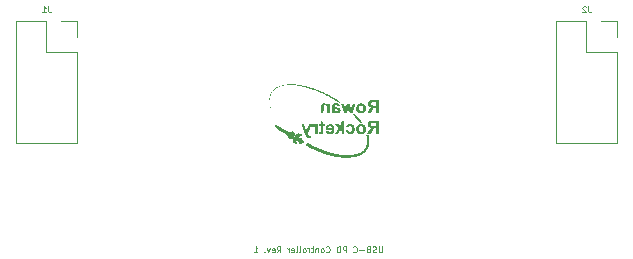
<source format=gbr>
%TF.GenerationSoftware,KiCad,Pcbnew,9.0.0*%
%TF.CreationDate,2025-03-06T17:29:06-05:00*%
%TF.ProjectId,USB-C-PD-Controller,5553422d-432d-4504-942d-436f6e74726f,rev?*%
%TF.SameCoordinates,Original*%
%TF.FileFunction,Legend,Bot*%
%TF.FilePolarity,Positive*%
%FSLAX46Y46*%
G04 Gerber Fmt 4.6, Leading zero omitted, Abs format (unit mm)*
G04 Created by KiCad (PCBNEW 9.0.0) date 2025-03-06 17:29:06*
%MOMM*%
%LPD*%
G01*
G04 APERTURE LIST*
%ADD10C,0.076200*%
%ADD11C,0.120000*%
%ADD12C,0.000000*%
G04 APERTURE END LIST*
D10*
X140417916Y-126576367D02*
X140417916Y-126987605D01*
X140417916Y-126987605D02*
X140393726Y-127035986D01*
X140393726Y-127035986D02*
X140369535Y-127060177D01*
X140369535Y-127060177D02*
X140321154Y-127084367D01*
X140321154Y-127084367D02*
X140224392Y-127084367D01*
X140224392Y-127084367D02*
X140176011Y-127060177D01*
X140176011Y-127060177D02*
X140151821Y-127035986D01*
X140151821Y-127035986D02*
X140127630Y-126987605D01*
X140127630Y-126987605D02*
X140127630Y-126576367D01*
X139909917Y-127060177D02*
X139837345Y-127084367D01*
X139837345Y-127084367D02*
X139716393Y-127084367D01*
X139716393Y-127084367D02*
X139668012Y-127060177D01*
X139668012Y-127060177D02*
X139643821Y-127035986D01*
X139643821Y-127035986D02*
X139619631Y-126987605D01*
X139619631Y-126987605D02*
X139619631Y-126939224D01*
X139619631Y-126939224D02*
X139643821Y-126890843D01*
X139643821Y-126890843D02*
X139668012Y-126866653D01*
X139668012Y-126866653D02*
X139716393Y-126842462D01*
X139716393Y-126842462D02*
X139813155Y-126818272D01*
X139813155Y-126818272D02*
X139861536Y-126794081D01*
X139861536Y-126794081D02*
X139885726Y-126769891D01*
X139885726Y-126769891D02*
X139909917Y-126721510D01*
X139909917Y-126721510D02*
X139909917Y-126673129D01*
X139909917Y-126673129D02*
X139885726Y-126624748D01*
X139885726Y-126624748D02*
X139861536Y-126600557D01*
X139861536Y-126600557D02*
X139813155Y-126576367D01*
X139813155Y-126576367D02*
X139692202Y-126576367D01*
X139692202Y-126576367D02*
X139619631Y-126600557D01*
X139232583Y-126818272D02*
X139160011Y-126842462D01*
X139160011Y-126842462D02*
X139135821Y-126866653D01*
X139135821Y-126866653D02*
X139111630Y-126915034D01*
X139111630Y-126915034D02*
X139111630Y-126987605D01*
X139111630Y-126987605D02*
X139135821Y-127035986D01*
X139135821Y-127035986D02*
X139160011Y-127060177D01*
X139160011Y-127060177D02*
X139208392Y-127084367D01*
X139208392Y-127084367D02*
X139401916Y-127084367D01*
X139401916Y-127084367D02*
X139401916Y-126576367D01*
X139401916Y-126576367D02*
X139232583Y-126576367D01*
X139232583Y-126576367D02*
X139184202Y-126600557D01*
X139184202Y-126600557D02*
X139160011Y-126624748D01*
X139160011Y-126624748D02*
X139135821Y-126673129D01*
X139135821Y-126673129D02*
X139135821Y-126721510D01*
X139135821Y-126721510D02*
X139160011Y-126769891D01*
X139160011Y-126769891D02*
X139184202Y-126794081D01*
X139184202Y-126794081D02*
X139232583Y-126818272D01*
X139232583Y-126818272D02*
X139401916Y-126818272D01*
X138893916Y-126890843D02*
X138506869Y-126890843D01*
X137974678Y-127035986D02*
X137998869Y-127060177D01*
X137998869Y-127060177D02*
X138071440Y-127084367D01*
X138071440Y-127084367D02*
X138119821Y-127084367D01*
X138119821Y-127084367D02*
X138192393Y-127060177D01*
X138192393Y-127060177D02*
X138240774Y-127011796D01*
X138240774Y-127011796D02*
X138264964Y-126963415D01*
X138264964Y-126963415D02*
X138289155Y-126866653D01*
X138289155Y-126866653D02*
X138289155Y-126794081D01*
X138289155Y-126794081D02*
X138264964Y-126697319D01*
X138264964Y-126697319D02*
X138240774Y-126648938D01*
X138240774Y-126648938D02*
X138192393Y-126600557D01*
X138192393Y-126600557D02*
X138119821Y-126576367D01*
X138119821Y-126576367D02*
X138071440Y-126576367D01*
X138071440Y-126576367D02*
X137998869Y-126600557D01*
X137998869Y-126600557D02*
X137974678Y-126624748D01*
X137369916Y-127084367D02*
X137369916Y-126576367D01*
X137369916Y-126576367D02*
X137176392Y-126576367D01*
X137176392Y-126576367D02*
X137128011Y-126600557D01*
X137128011Y-126600557D02*
X137103821Y-126624748D01*
X137103821Y-126624748D02*
X137079630Y-126673129D01*
X137079630Y-126673129D02*
X137079630Y-126745700D01*
X137079630Y-126745700D02*
X137103821Y-126794081D01*
X137103821Y-126794081D02*
X137128011Y-126818272D01*
X137128011Y-126818272D02*
X137176392Y-126842462D01*
X137176392Y-126842462D02*
X137369916Y-126842462D01*
X136861916Y-127084367D02*
X136861916Y-126576367D01*
X136861916Y-126576367D02*
X136740964Y-126576367D01*
X136740964Y-126576367D02*
X136668392Y-126600557D01*
X136668392Y-126600557D02*
X136620011Y-126648938D01*
X136620011Y-126648938D02*
X136595821Y-126697319D01*
X136595821Y-126697319D02*
X136571630Y-126794081D01*
X136571630Y-126794081D02*
X136571630Y-126866653D01*
X136571630Y-126866653D02*
X136595821Y-126963415D01*
X136595821Y-126963415D02*
X136620011Y-127011796D01*
X136620011Y-127011796D02*
X136668392Y-127060177D01*
X136668392Y-127060177D02*
X136740964Y-127084367D01*
X136740964Y-127084367D02*
X136861916Y-127084367D01*
X135676582Y-127035986D02*
X135700773Y-127060177D01*
X135700773Y-127060177D02*
X135773344Y-127084367D01*
X135773344Y-127084367D02*
X135821725Y-127084367D01*
X135821725Y-127084367D02*
X135894297Y-127060177D01*
X135894297Y-127060177D02*
X135942678Y-127011796D01*
X135942678Y-127011796D02*
X135966868Y-126963415D01*
X135966868Y-126963415D02*
X135991059Y-126866653D01*
X135991059Y-126866653D02*
X135991059Y-126794081D01*
X135991059Y-126794081D02*
X135966868Y-126697319D01*
X135966868Y-126697319D02*
X135942678Y-126648938D01*
X135942678Y-126648938D02*
X135894297Y-126600557D01*
X135894297Y-126600557D02*
X135821725Y-126576367D01*
X135821725Y-126576367D02*
X135773344Y-126576367D01*
X135773344Y-126576367D02*
X135700773Y-126600557D01*
X135700773Y-126600557D02*
X135676582Y-126624748D01*
X135386297Y-127084367D02*
X135434678Y-127060177D01*
X135434678Y-127060177D02*
X135458868Y-127035986D01*
X135458868Y-127035986D02*
X135483059Y-126987605D01*
X135483059Y-126987605D02*
X135483059Y-126842462D01*
X135483059Y-126842462D02*
X135458868Y-126794081D01*
X135458868Y-126794081D02*
X135434678Y-126769891D01*
X135434678Y-126769891D02*
X135386297Y-126745700D01*
X135386297Y-126745700D02*
X135313725Y-126745700D01*
X135313725Y-126745700D02*
X135265344Y-126769891D01*
X135265344Y-126769891D02*
X135241154Y-126794081D01*
X135241154Y-126794081D02*
X135216963Y-126842462D01*
X135216963Y-126842462D02*
X135216963Y-126987605D01*
X135216963Y-126987605D02*
X135241154Y-127035986D01*
X135241154Y-127035986D02*
X135265344Y-127060177D01*
X135265344Y-127060177D02*
X135313725Y-127084367D01*
X135313725Y-127084367D02*
X135386297Y-127084367D01*
X134999249Y-126745700D02*
X134999249Y-127084367D01*
X134999249Y-126794081D02*
X134975059Y-126769891D01*
X134975059Y-126769891D02*
X134926678Y-126745700D01*
X134926678Y-126745700D02*
X134854106Y-126745700D01*
X134854106Y-126745700D02*
X134805725Y-126769891D01*
X134805725Y-126769891D02*
X134781535Y-126818272D01*
X134781535Y-126818272D02*
X134781535Y-127084367D01*
X134612202Y-126745700D02*
X134418678Y-126745700D01*
X134539630Y-126576367D02*
X134539630Y-127011796D01*
X134539630Y-127011796D02*
X134515440Y-127060177D01*
X134515440Y-127060177D02*
X134467059Y-127084367D01*
X134467059Y-127084367D02*
X134418678Y-127084367D01*
X134249344Y-127084367D02*
X134249344Y-126745700D01*
X134249344Y-126842462D02*
X134225154Y-126794081D01*
X134225154Y-126794081D02*
X134200963Y-126769891D01*
X134200963Y-126769891D02*
X134152582Y-126745700D01*
X134152582Y-126745700D02*
X134104201Y-126745700D01*
X133862297Y-127084367D02*
X133910678Y-127060177D01*
X133910678Y-127060177D02*
X133934868Y-127035986D01*
X133934868Y-127035986D02*
X133959059Y-126987605D01*
X133959059Y-126987605D02*
X133959059Y-126842462D01*
X133959059Y-126842462D02*
X133934868Y-126794081D01*
X133934868Y-126794081D02*
X133910678Y-126769891D01*
X133910678Y-126769891D02*
X133862297Y-126745700D01*
X133862297Y-126745700D02*
X133789725Y-126745700D01*
X133789725Y-126745700D02*
X133741344Y-126769891D01*
X133741344Y-126769891D02*
X133717154Y-126794081D01*
X133717154Y-126794081D02*
X133692963Y-126842462D01*
X133692963Y-126842462D02*
X133692963Y-126987605D01*
X133692963Y-126987605D02*
X133717154Y-127035986D01*
X133717154Y-127035986D02*
X133741344Y-127060177D01*
X133741344Y-127060177D02*
X133789725Y-127084367D01*
X133789725Y-127084367D02*
X133862297Y-127084367D01*
X133402678Y-127084367D02*
X133451059Y-127060177D01*
X133451059Y-127060177D02*
X133475249Y-127011796D01*
X133475249Y-127011796D02*
X133475249Y-126576367D01*
X133136583Y-127084367D02*
X133184964Y-127060177D01*
X133184964Y-127060177D02*
X133209154Y-127011796D01*
X133209154Y-127011796D02*
X133209154Y-126576367D01*
X132749535Y-127060177D02*
X132797916Y-127084367D01*
X132797916Y-127084367D02*
X132894678Y-127084367D01*
X132894678Y-127084367D02*
X132943059Y-127060177D01*
X132943059Y-127060177D02*
X132967250Y-127011796D01*
X132967250Y-127011796D02*
X132967250Y-126818272D01*
X132967250Y-126818272D02*
X132943059Y-126769891D01*
X132943059Y-126769891D02*
X132894678Y-126745700D01*
X132894678Y-126745700D02*
X132797916Y-126745700D01*
X132797916Y-126745700D02*
X132749535Y-126769891D01*
X132749535Y-126769891D02*
X132725345Y-126818272D01*
X132725345Y-126818272D02*
X132725345Y-126866653D01*
X132725345Y-126866653D02*
X132967250Y-126915034D01*
X132507630Y-127084367D02*
X132507630Y-126745700D01*
X132507630Y-126842462D02*
X132483440Y-126794081D01*
X132483440Y-126794081D02*
X132459249Y-126769891D01*
X132459249Y-126769891D02*
X132410868Y-126745700D01*
X132410868Y-126745700D02*
X132362487Y-126745700D01*
X131515820Y-127084367D02*
X131685154Y-126842462D01*
X131806106Y-127084367D02*
X131806106Y-126576367D01*
X131806106Y-126576367D02*
X131612582Y-126576367D01*
X131612582Y-126576367D02*
X131564201Y-126600557D01*
X131564201Y-126600557D02*
X131540011Y-126624748D01*
X131540011Y-126624748D02*
X131515820Y-126673129D01*
X131515820Y-126673129D02*
X131515820Y-126745700D01*
X131515820Y-126745700D02*
X131540011Y-126794081D01*
X131540011Y-126794081D02*
X131564201Y-126818272D01*
X131564201Y-126818272D02*
X131612582Y-126842462D01*
X131612582Y-126842462D02*
X131806106Y-126842462D01*
X131104582Y-127060177D02*
X131152963Y-127084367D01*
X131152963Y-127084367D02*
X131249725Y-127084367D01*
X131249725Y-127084367D02*
X131298106Y-127060177D01*
X131298106Y-127060177D02*
X131322297Y-127011796D01*
X131322297Y-127011796D02*
X131322297Y-126818272D01*
X131322297Y-126818272D02*
X131298106Y-126769891D01*
X131298106Y-126769891D02*
X131249725Y-126745700D01*
X131249725Y-126745700D02*
X131152963Y-126745700D01*
X131152963Y-126745700D02*
X131104582Y-126769891D01*
X131104582Y-126769891D02*
X131080392Y-126818272D01*
X131080392Y-126818272D02*
X131080392Y-126866653D01*
X131080392Y-126866653D02*
X131322297Y-126915034D01*
X130911058Y-126745700D02*
X130790106Y-127084367D01*
X130790106Y-127084367D02*
X130669153Y-126745700D01*
X130475629Y-127035986D02*
X130451439Y-127060177D01*
X130451439Y-127060177D02*
X130475629Y-127084367D01*
X130475629Y-127084367D02*
X130499820Y-127060177D01*
X130499820Y-127060177D02*
X130475629Y-127035986D01*
X130475629Y-127035986D02*
X130475629Y-127084367D01*
X129580581Y-127084367D02*
X129870867Y-127084367D01*
X129725724Y-127084367D02*
X129725724Y-126576367D01*
X129725724Y-126576367D02*
X129774105Y-126648938D01*
X129774105Y-126648938D02*
X129822486Y-126697319D01*
X129822486Y-126697319D02*
X129870867Y-126721510D01*
X112183333Y-106255547D02*
X112183333Y-106618404D01*
X112183333Y-106618404D02*
X112207524Y-106690976D01*
X112207524Y-106690976D02*
X112255905Y-106739357D01*
X112255905Y-106739357D02*
X112328476Y-106763547D01*
X112328476Y-106763547D02*
X112376857Y-106763547D01*
X111675333Y-106763547D02*
X111965619Y-106763547D01*
X111820476Y-106763547D02*
X111820476Y-106255547D01*
X111820476Y-106255547D02*
X111868857Y-106328118D01*
X111868857Y-106328118D02*
X111917238Y-106376499D01*
X111917238Y-106376499D02*
X111965619Y-106400690D01*
X157903333Y-106255547D02*
X157903333Y-106618404D01*
X157903333Y-106618404D02*
X157927524Y-106690976D01*
X157927524Y-106690976D02*
X157975905Y-106739357D01*
X157975905Y-106739357D02*
X158048476Y-106763547D01*
X158048476Y-106763547D02*
X158096857Y-106763547D01*
X157685619Y-106303928D02*
X157661428Y-106279737D01*
X157661428Y-106279737D02*
X157613047Y-106255547D01*
X157613047Y-106255547D02*
X157492095Y-106255547D01*
X157492095Y-106255547D02*
X157443714Y-106279737D01*
X157443714Y-106279737D02*
X157419523Y-106303928D01*
X157419523Y-106303928D02*
X157395333Y-106352309D01*
X157395333Y-106352309D02*
X157395333Y-106400690D01*
X157395333Y-106400690D02*
X157419523Y-106473261D01*
X157419523Y-106473261D02*
X157709809Y-106763547D01*
X157709809Y-106763547D02*
X157395333Y-106763547D01*
D11*
%TO.C,J1*%
X109414000Y-107532500D02*
X112014000Y-107532500D01*
X109414000Y-117812500D02*
X109414000Y-107532500D01*
X109414000Y-117812500D02*
X114614000Y-117812500D01*
X112014000Y-107532500D02*
X112014000Y-110132500D01*
X112014000Y-110132500D02*
X114614000Y-110132500D01*
X113284000Y-107532500D02*
X114614000Y-107532500D01*
X114614000Y-107532500D02*
X114614000Y-108862500D01*
X114614000Y-117812500D02*
X114614000Y-110132500D01*
%TO.C,J2*%
X155134000Y-107532500D02*
X157734000Y-107532500D01*
X155134000Y-117812500D02*
X155134000Y-107532500D01*
X155134000Y-117812500D02*
X160334000Y-117812500D01*
X157734000Y-107532500D02*
X157734000Y-110132500D01*
X157734000Y-110132500D02*
X160334000Y-110132500D01*
X159004000Y-107532500D02*
X160334000Y-107532500D01*
X160334000Y-107532500D02*
X160334000Y-108862500D01*
X160334000Y-117812500D02*
X160334000Y-110132500D01*
D12*
%TO.C,G\u002A\u002A\u002A*%
G36*
X131048998Y-114973251D02*
G01*
X131054173Y-114982319D01*
X131062952Y-114999774D01*
X131074407Y-115023743D01*
X131087611Y-115052349D01*
X131093960Y-115066451D01*
X131105699Y-115093329D01*
X131114630Y-115114906D01*
X131119973Y-115129260D01*
X131120946Y-115134467D01*
X131120526Y-115134226D01*
X131115968Y-115126970D01*
X131108002Y-115111398D01*
X131097715Y-115089925D01*
X131086192Y-115064966D01*
X131074521Y-115038936D01*
X131063787Y-115014252D01*
X131055077Y-114993328D01*
X131049477Y-114978580D01*
X131048072Y-114972423D01*
X131048998Y-114973251D01*
G37*
G36*
X138192993Y-115425500D02*
G01*
X138221969Y-115455536D01*
X138257812Y-115492784D01*
X138287745Y-115524086D01*
X138313299Y-115551113D01*
X138336006Y-115575533D01*
X138357397Y-115599014D01*
X138379003Y-115623225D01*
X138402357Y-115649836D01*
X138428988Y-115680516D01*
X138460430Y-115716932D01*
X138465282Y-115722560D01*
X138490301Y-115751646D01*
X138511486Y-115776492D01*
X138530236Y-115798844D01*
X138547953Y-115820449D01*
X138566036Y-115843054D01*
X138585887Y-115868405D01*
X138608905Y-115898249D01*
X138636492Y-115934334D01*
X138670046Y-115978406D01*
X138757111Y-116092862D01*
X138654302Y-116092862D01*
X138551494Y-116092862D01*
X138482692Y-116001416D01*
X138474385Y-115990411D01*
X138414829Y-115913539D01*
X138351630Y-115835520D01*
X138283641Y-115755020D01*
X138209717Y-115670702D01*
X138128712Y-115581233D01*
X138039478Y-115485277D01*
X138030611Y-115475837D01*
X138008158Y-115451635D01*
X137992909Y-115434396D01*
X137983894Y-115422747D01*
X137980142Y-115415315D01*
X137980681Y-115410726D01*
X137984539Y-115407607D01*
X137988287Y-115405416D01*
X138012256Y-115384777D01*
X138032789Y-115356088D01*
X138047216Y-115322956D01*
X138058512Y-115286160D01*
X138192993Y-115425500D01*
G37*
G36*
X137212101Y-116489642D02*
G01*
X137212101Y-117051237D01*
X137102223Y-117051237D01*
X136992346Y-117051237D01*
X136992052Y-116918469D01*
X136991758Y-116785700D01*
X136944636Y-116735215D01*
X136897514Y-116684730D01*
X136796901Y-116867799D01*
X136696287Y-117050869D01*
X136578565Y-117051053D01*
X136572990Y-117051061D01*
X136533775Y-117051039D01*
X136505077Y-117050760D01*
X136485391Y-117050081D01*
X136473209Y-117048863D01*
X136467025Y-117046963D01*
X136465333Y-117044241D01*
X136466625Y-117040555D01*
X136470031Y-117034495D01*
X136479038Y-117018638D01*
X136492922Y-116994265D01*
X136511055Y-116962476D01*
X136532808Y-116924371D01*
X136557555Y-116881051D01*
X136584667Y-116833616D01*
X136613515Y-116783166D01*
X136639815Y-116737045D01*
X136666588Y-116689786D01*
X136690805Y-116646715D01*
X136711878Y-116608897D01*
X136729217Y-116577397D01*
X136742231Y-116553281D01*
X136750330Y-116537614D01*
X136752925Y-116531460D01*
X136751037Y-116528936D01*
X136741868Y-116518327D01*
X136725993Y-116500568D01*
X136704403Y-116476750D01*
X136678089Y-116447966D01*
X136648041Y-116415305D01*
X136615253Y-116379860D01*
X136479280Y-116233261D01*
X136613523Y-116233261D01*
X136747766Y-116233261D01*
X136868530Y-116371585D01*
X136989294Y-116509909D01*
X136990879Y-116218978D01*
X136992464Y-115928046D01*
X137102282Y-115928046D01*
X137212101Y-115928046D01*
X137212101Y-116489642D01*
G37*
G36*
X135551538Y-114463827D02*
G01*
X135606188Y-114471667D01*
X135655611Y-114488624D01*
X135702217Y-114515674D01*
X135748414Y-114553791D01*
X135789798Y-114592683D01*
X135789798Y-114537004D01*
X135789798Y-114481326D01*
X135890519Y-114481326D01*
X135991240Y-114481326D01*
X135991240Y-114890315D01*
X135991240Y-115299303D01*
X135881766Y-115299303D01*
X135772291Y-115299303D01*
X135770064Y-115032240D01*
X135769537Y-114973355D01*
X135768928Y-114917993D01*
X135768248Y-114872634D01*
X135767448Y-114836113D01*
X135766476Y-114807265D01*
X135765283Y-114784927D01*
X135763817Y-114767932D01*
X135762029Y-114755117D01*
X135759867Y-114745316D01*
X135757282Y-114737365D01*
X135745904Y-114713185D01*
X135719714Y-114678821D01*
X135685879Y-114653110D01*
X135645827Y-114637021D01*
X135600986Y-114631519D01*
X135578266Y-114632401D01*
X135553556Y-114637261D01*
X135532516Y-114648026D01*
X135510359Y-114666547D01*
X135510250Y-114666651D01*
X135501526Y-114675332D01*
X135494181Y-114684189D01*
X135488083Y-114694316D01*
X135483101Y-114706806D01*
X135479106Y-114722754D01*
X135475966Y-114743253D01*
X135473551Y-114769398D01*
X135471730Y-114802281D01*
X135470373Y-114842997D01*
X135469348Y-114892641D01*
X135468526Y-114952305D01*
X135467775Y-115023083D01*
X135465042Y-115299303D01*
X135358831Y-115299303D01*
X135252620Y-115299303D01*
X135252620Y-114998261D01*
X135252762Y-114921452D01*
X135253192Y-114852308D01*
X135253900Y-114792762D01*
X135254875Y-114743337D01*
X135256107Y-114704554D01*
X135257586Y-114676934D01*
X135259301Y-114660998D01*
X135268764Y-114624211D01*
X135290651Y-114576879D01*
X135321639Y-114537118D01*
X135361112Y-114505389D01*
X135408451Y-114482155D01*
X135463040Y-114467876D01*
X135524261Y-114463013D01*
X135551538Y-114463827D01*
G37*
G36*
X135244714Y-115946483D02*
G01*
X135252810Y-115950589D01*
X135269427Y-115959821D01*
X135292928Y-115973244D01*
X135321672Y-115989925D01*
X135354021Y-116008928D01*
X135459931Y-116071497D01*
X135460049Y-116152379D01*
X135460166Y-116233261D01*
X135509000Y-116233261D01*
X135557835Y-116233261D01*
X135557835Y-116315669D01*
X135557835Y-116398077D01*
X135509000Y-116398077D01*
X135460166Y-116398077D01*
X135460166Y-116641416D01*
X135460166Y-116641917D01*
X135460006Y-116699836D01*
X135459553Y-116753897D01*
X135458837Y-116802710D01*
X135457891Y-116844882D01*
X135456744Y-116879022D01*
X135455429Y-116903737D01*
X135453976Y-116917636D01*
X135449371Y-116938202D01*
X135433520Y-116980300D01*
X135410027Y-117013561D01*
X135377926Y-117039137D01*
X135336250Y-117058183D01*
X135309568Y-117064756D01*
X135269967Y-117068954D01*
X135225853Y-117069091D01*
X135181044Y-117065187D01*
X135139362Y-117057258D01*
X135133053Y-117055609D01*
X135110798Y-117049195D01*
X135093930Y-117043418D01*
X135085695Y-117039362D01*
X135084251Y-117033740D01*
X135083845Y-117018432D01*
X135084698Y-116996392D01*
X135086551Y-116970326D01*
X135089141Y-116942935D01*
X135092207Y-116916925D01*
X135095488Y-116894998D01*
X135098723Y-116879860D01*
X135101650Y-116874213D01*
X135108301Y-116875258D01*
X135123846Y-116878699D01*
X135144051Y-116883708D01*
X135161549Y-116887609D01*
X135190180Y-116889679D01*
X135211785Y-116883862D01*
X135228128Y-116869869D01*
X135228668Y-116869175D01*
X135231739Y-116864638D01*
X135234223Y-116859000D01*
X135236181Y-116851027D01*
X135237677Y-116839485D01*
X135238771Y-116823139D01*
X135239528Y-116800756D01*
X135240007Y-116771102D01*
X135240273Y-116732941D01*
X135240387Y-116685040D01*
X135240411Y-116626165D01*
X135240411Y-116398077D01*
X135167160Y-116398077D01*
X135093908Y-116398077D01*
X135093908Y-116315669D01*
X135093908Y-116233261D01*
X135167160Y-116233261D01*
X135240411Y-116233261D01*
X135240411Y-116089810D01*
X135240475Y-116063843D01*
X135240815Y-116026044D01*
X135241409Y-115993710D01*
X135242211Y-115968528D01*
X135243177Y-115952182D01*
X135244261Y-115946359D01*
X135244714Y-115946483D01*
G37*
G36*
X139068655Y-114941498D02*
G01*
X139064092Y-114989265D01*
X139055881Y-115030928D01*
X139043427Y-115069475D01*
X139026132Y-115107893D01*
X139019011Y-115121230D01*
X138982327Y-115174332D01*
X138936383Y-115220442D01*
X138882306Y-115258729D01*
X138821225Y-115288358D01*
X138754267Y-115308499D01*
X138753251Y-115308717D01*
X138718170Y-115313807D01*
X138676032Y-115316379D01*
X138631567Y-115316423D01*
X138589506Y-115313931D01*
X138554578Y-115308893D01*
X138510263Y-115296584D01*
X138449769Y-115269584D01*
X138394636Y-115232686D01*
X138345929Y-115186942D01*
X138304716Y-115133406D01*
X138272063Y-115073132D01*
X138249037Y-115007172D01*
X138241410Y-114966355D01*
X138237230Y-114918158D01*
X138236937Y-114893685D01*
X138459295Y-114893685D01*
X138464021Y-114949654D01*
X138476110Y-115003163D01*
X138491008Y-115037356D01*
X138515397Y-115072227D01*
X138545529Y-115101286D01*
X138578628Y-115121336D01*
X138609438Y-115131856D01*
X138655249Y-115137834D01*
X138699434Y-115132663D01*
X138740549Y-115116963D01*
X138777153Y-115091353D01*
X138807801Y-115056454D01*
X138831052Y-115012885D01*
X138834114Y-115004892D01*
X138838721Y-114990040D01*
X138841777Y-114973881D01*
X138843586Y-114953689D01*
X138844449Y-114926742D01*
X138844669Y-114890315D01*
X138844020Y-114850419D01*
X138841113Y-114811269D01*
X138835227Y-114779654D01*
X138825661Y-114753083D01*
X138811717Y-114729064D01*
X138792694Y-114705104D01*
X138763221Y-114678048D01*
X138724490Y-114656282D01*
X138682603Y-114644766D01*
X138639459Y-114643525D01*
X138596961Y-114652581D01*
X138557008Y-114671959D01*
X138521501Y-114701683D01*
X138508495Y-114717042D01*
X138492560Y-114739608D01*
X138481566Y-114759608D01*
X138471629Y-114788010D01*
X138461857Y-114838667D01*
X138459295Y-114893685D01*
X138236937Y-114893685D01*
X138236624Y-114867503D01*
X138239647Y-114819031D01*
X138246352Y-114777385D01*
X138252696Y-114753716D01*
X138277149Y-114691980D01*
X138311240Y-114634624D01*
X138353581Y-114583429D01*
X138402782Y-114540176D01*
X138457454Y-114506648D01*
X138493655Y-114490557D01*
X138543483Y-114474803D01*
X138596368Y-114465950D01*
X138656318Y-114463119D01*
X138691685Y-114464223D01*
X138763507Y-114474415D01*
X138829193Y-114495079D01*
X138888399Y-114525968D01*
X138940781Y-114566838D01*
X138985993Y-114617441D01*
X139023691Y-114677531D01*
X139053531Y-114746863D01*
X139054152Y-114748645D01*
X139060664Y-114768319D01*
X139065172Y-114785424D01*
X139068025Y-114802917D01*
X139069573Y-114823751D01*
X139070168Y-114850881D01*
X139070157Y-114887262D01*
X139070072Y-114890315D01*
X139068655Y-114941498D01*
G37*
G36*
X139068655Y-116693433D02*
G01*
X139064092Y-116741200D01*
X139055881Y-116782862D01*
X139043427Y-116821409D01*
X139026132Y-116859828D01*
X139019011Y-116873164D01*
X138982327Y-116926266D01*
X138936383Y-116972377D01*
X138882306Y-117010663D01*
X138821225Y-117040293D01*
X138754267Y-117060434D01*
X138753251Y-117060652D01*
X138718170Y-117065741D01*
X138676032Y-117068313D01*
X138631567Y-117068358D01*
X138589506Y-117065866D01*
X138554578Y-117060828D01*
X138510263Y-117048519D01*
X138449769Y-117021519D01*
X138394636Y-116984620D01*
X138345929Y-116938877D01*
X138304716Y-116885341D01*
X138272063Y-116825067D01*
X138249037Y-116759107D01*
X138241410Y-116718290D01*
X138237230Y-116670093D01*
X138236937Y-116645619D01*
X138459295Y-116645619D01*
X138464021Y-116701588D01*
X138476110Y-116755097D01*
X138491008Y-116789290D01*
X138515397Y-116824161D01*
X138545529Y-116853221D01*
X138578628Y-116873271D01*
X138609438Y-116883790D01*
X138655249Y-116889769D01*
X138699434Y-116884598D01*
X138740549Y-116868898D01*
X138777153Y-116843288D01*
X138807801Y-116808388D01*
X138831052Y-116764820D01*
X138834114Y-116756826D01*
X138838721Y-116741975D01*
X138841777Y-116725815D01*
X138843586Y-116705624D01*
X138844449Y-116678676D01*
X138844669Y-116642249D01*
X138844020Y-116602353D01*
X138841113Y-116563204D01*
X138835227Y-116531589D01*
X138825661Y-116505018D01*
X138811717Y-116480998D01*
X138792694Y-116457039D01*
X138763221Y-116429983D01*
X138724490Y-116408217D01*
X138682603Y-116396701D01*
X138639459Y-116395459D01*
X138596961Y-116404515D01*
X138557008Y-116423894D01*
X138521501Y-116453618D01*
X138508495Y-116468976D01*
X138492560Y-116491543D01*
X138481566Y-116511543D01*
X138471629Y-116539945D01*
X138461857Y-116590601D01*
X138459295Y-116645619D01*
X138236937Y-116645619D01*
X138236624Y-116619438D01*
X138239647Y-116570966D01*
X138246352Y-116529320D01*
X138252696Y-116505650D01*
X138277149Y-116443915D01*
X138311240Y-116386559D01*
X138353581Y-116335363D01*
X138402782Y-116292111D01*
X138457454Y-116258583D01*
X138493655Y-116242491D01*
X138543483Y-116226738D01*
X138596368Y-116217885D01*
X138656318Y-116215054D01*
X138691685Y-116216158D01*
X138763507Y-116226349D01*
X138829193Y-116247013D01*
X138888399Y-116277903D01*
X138940781Y-116318772D01*
X138985993Y-116369375D01*
X139023691Y-116429466D01*
X139053531Y-116498798D01*
X139054152Y-116500580D01*
X139060664Y-116520253D01*
X139065172Y-116537359D01*
X139068025Y-116554851D01*
X139069573Y-116575685D01*
X139070168Y-116602815D01*
X139070157Y-116639197D01*
X139070072Y-116642249D01*
X139068655Y-116693433D01*
G37*
G36*
X140154374Y-114737280D02*
G01*
X140154374Y-115299303D01*
X140038392Y-115299303D01*
X139922411Y-115299303D01*
X139922411Y-115063369D01*
X139922411Y-114827436D01*
X139854511Y-114831560D01*
X139839905Y-114832557D01*
X139799818Y-114837122D01*
X139768075Y-114844661D01*
X139741792Y-114856347D01*
X139718086Y-114873355D01*
X139694073Y-114896857D01*
X139685405Y-114907175D01*
X139669537Y-114927891D01*
X139648831Y-114956165D01*
X139624319Y-114990546D01*
X139597033Y-115029585D01*
X139568006Y-115071831D01*
X139538270Y-115115833D01*
X139415339Y-115299303D01*
X139278500Y-115299303D01*
X139141660Y-115299303D01*
X139224630Y-115166534D01*
X139230915Y-115156485D01*
X139270575Y-115093581D01*
X139305026Y-115040069D01*
X139335064Y-114994927D01*
X139361484Y-114957135D01*
X139385083Y-114925669D01*
X139406654Y-114899509D01*
X139426994Y-114877633D01*
X139446898Y-114859018D01*
X139467162Y-114842643D01*
X139488581Y-114827486D01*
X139503986Y-114816332D01*
X139513405Y-114807125D01*
X139512998Y-114802736D01*
X139504292Y-114800329D01*
X139486980Y-114795718D01*
X139465614Y-114790131D01*
X139436808Y-114781484D01*
X139380234Y-114756235D01*
X139332323Y-114722528D01*
X139293435Y-114680797D01*
X139263931Y-114631476D01*
X139244171Y-114574998D01*
X139235614Y-114518988D01*
X139471331Y-114518988D01*
X139476713Y-114554578D01*
X139486597Y-114578205D01*
X139508045Y-114605718D01*
X139536577Y-114627173D01*
X139569345Y-114639943D01*
X139580786Y-114641662D01*
X139604238Y-114643805D01*
X139636160Y-114645886D01*
X139674495Y-114647790D01*
X139717185Y-114649404D01*
X139762173Y-114650613D01*
X139922411Y-114654031D01*
X139922411Y-114509688D01*
X139922411Y-114365345D01*
X139783538Y-114365613D01*
X139764002Y-114365675D01*
X139703684Y-114366321D01*
X139653910Y-114367836D01*
X139613397Y-114370481D01*
X139580861Y-114374516D01*
X139555020Y-114380202D01*
X139534590Y-114387801D01*
X139518289Y-114397572D01*
X139504833Y-114409777D01*
X139492939Y-114424677D01*
X139480921Y-114448565D01*
X139472908Y-114482256D01*
X139471331Y-114518988D01*
X139235614Y-114518988D01*
X139234515Y-114511798D01*
X139233779Y-114493112D01*
X139238220Y-114434633D01*
X139252328Y-114378928D01*
X139275251Y-114327632D01*
X139306138Y-114282379D01*
X139344137Y-114244802D01*
X139388397Y-114216536D01*
X139402310Y-114209867D01*
X139417157Y-114203364D01*
X139432105Y-114197880D01*
X139448256Y-114193317D01*
X139466710Y-114189580D01*
X139488567Y-114186570D01*
X139514929Y-114184191D01*
X139546895Y-114182347D01*
X139585567Y-114180940D01*
X139632045Y-114179873D01*
X139687429Y-114179051D01*
X139752821Y-114178376D01*
X139829320Y-114177750D01*
X140154374Y-114175257D01*
X140154374Y-114509688D01*
X140154374Y-114737280D01*
G37*
G36*
X140154374Y-116489214D02*
G01*
X140154374Y-117051237D01*
X140038392Y-117051237D01*
X139922411Y-117051237D01*
X139922411Y-116815304D01*
X139922411Y-116579371D01*
X139854511Y-116583495D01*
X139839905Y-116584492D01*
X139799818Y-116589057D01*
X139768075Y-116596596D01*
X139741792Y-116608282D01*
X139718086Y-116625290D01*
X139694073Y-116648792D01*
X139685405Y-116659110D01*
X139669537Y-116679825D01*
X139648831Y-116708099D01*
X139624319Y-116742481D01*
X139597033Y-116781520D01*
X139568006Y-116823766D01*
X139538270Y-116867768D01*
X139415339Y-117051237D01*
X139278500Y-117051237D01*
X139141660Y-117051237D01*
X139224630Y-116918469D01*
X139230915Y-116908420D01*
X139270575Y-116845515D01*
X139305026Y-116792003D01*
X139335064Y-116746862D01*
X139361484Y-116709070D01*
X139385083Y-116677604D01*
X139406654Y-116651444D01*
X139426994Y-116629567D01*
X139446898Y-116610952D01*
X139467162Y-116594578D01*
X139488581Y-116579421D01*
X139503986Y-116568267D01*
X139513405Y-116559060D01*
X139512998Y-116554670D01*
X139504292Y-116552263D01*
X139486980Y-116547653D01*
X139465614Y-116542066D01*
X139436808Y-116533418D01*
X139380234Y-116508170D01*
X139332323Y-116474463D01*
X139293435Y-116432732D01*
X139263931Y-116383411D01*
X139244171Y-116326933D01*
X139235614Y-116270923D01*
X139471331Y-116270923D01*
X139476713Y-116306513D01*
X139486597Y-116330140D01*
X139508045Y-116357653D01*
X139536577Y-116379107D01*
X139569345Y-116391878D01*
X139580786Y-116393596D01*
X139604238Y-116395740D01*
X139636160Y-116397821D01*
X139674495Y-116399725D01*
X139717185Y-116401339D01*
X139762173Y-116402548D01*
X139922411Y-116405965D01*
X139922411Y-116261622D01*
X139922411Y-116117279D01*
X139783538Y-116117547D01*
X139764002Y-116117609D01*
X139703684Y-116118255D01*
X139653910Y-116119770D01*
X139613397Y-116122415D01*
X139580861Y-116126450D01*
X139555020Y-116132137D01*
X139534590Y-116139735D01*
X139518289Y-116149507D01*
X139504833Y-116161712D01*
X139492939Y-116176611D01*
X139480921Y-116200500D01*
X139472908Y-116234190D01*
X139471331Y-116270923D01*
X139235614Y-116270923D01*
X139234515Y-116263733D01*
X139233779Y-116245047D01*
X139238220Y-116186568D01*
X139252328Y-116130863D01*
X139275251Y-116079567D01*
X139306138Y-116034313D01*
X139344137Y-115996737D01*
X139388397Y-115968471D01*
X139402310Y-115961801D01*
X139417157Y-115955299D01*
X139432105Y-115949815D01*
X139448256Y-115945252D01*
X139466710Y-115941514D01*
X139488567Y-115938504D01*
X139514929Y-115936126D01*
X139546895Y-115934281D01*
X139585567Y-115932874D01*
X139632045Y-115931808D01*
X139687429Y-115930986D01*
X139752821Y-115930310D01*
X139829320Y-115929685D01*
X140154374Y-115927191D01*
X140154374Y-116261622D01*
X140154374Y-116489214D01*
G37*
G36*
X136397904Y-116595730D02*
G01*
X136398275Y-116672771D01*
X136397804Y-116683332D01*
X136394438Y-116730837D01*
X136388832Y-116770553D01*
X136380138Y-116806123D01*
X136367505Y-116841189D01*
X136350083Y-116879393D01*
X136327986Y-116918253D01*
X136289055Y-116966829D01*
X136241967Y-117006348D01*
X136186848Y-117036712D01*
X136123825Y-117057821D01*
X136118699Y-117059012D01*
X136080073Y-117065057D01*
X136034775Y-117068290D01*
X135987322Y-117068656D01*
X135942234Y-117066098D01*
X135904029Y-117060560D01*
X135857745Y-117047064D01*
X135802148Y-117020088D01*
X135752438Y-116983359D01*
X135710080Y-116938003D01*
X135676534Y-116885148D01*
X135676367Y-116884819D01*
X135664113Y-116858728D01*
X135658097Y-116841067D01*
X135658608Y-116832686D01*
X135662766Y-116830824D01*
X135677420Y-116826923D01*
X135699911Y-116822115D01*
X135727763Y-116816813D01*
X135758501Y-116811427D01*
X135789648Y-116806371D01*
X135818727Y-116802057D01*
X135843263Y-116798897D01*
X135860779Y-116797304D01*
X135868799Y-116797689D01*
X135870724Y-116799226D01*
X135875259Y-116809283D01*
X135876683Y-116814486D01*
X135883217Y-116828131D01*
X135893256Y-116845263D01*
X135908324Y-116865145D01*
X135934071Y-116885615D01*
X135966203Y-116897256D01*
X136006501Y-116900941D01*
X136038552Y-116898226D01*
X136079421Y-116885347D01*
X136114071Y-116862520D01*
X136141758Y-116830454D01*
X136161741Y-116789859D01*
X136173277Y-116741444D01*
X136178453Y-116703292D01*
X135910064Y-116703292D01*
X135641675Y-116703292D01*
X135644927Y-116625462D01*
X135650060Y-116568998D01*
X135855373Y-116568998D01*
X136014871Y-116568998D01*
X136174369Y-116568998D01*
X136174369Y-116552015D01*
X136173898Y-116544549D01*
X136170934Y-116524984D01*
X136166145Y-116503328D01*
X136164651Y-116497895D01*
X136147316Y-116457424D01*
X136122130Y-116424958D01*
X136090707Y-116401174D01*
X136054664Y-116386749D01*
X136015616Y-116382361D01*
X135975178Y-116388688D01*
X135934967Y-116406406D01*
X135925663Y-116412222D01*
X135909054Y-116425369D01*
X135896097Y-116441632D01*
X135883053Y-116465249D01*
X135873328Y-116487548D01*
X135864288Y-116514390D01*
X135859312Y-116536950D01*
X135855373Y-116568998D01*
X135650060Y-116568998D01*
X135651932Y-116548413D01*
X135666582Y-116479125D01*
X135689103Y-116418124D01*
X135719771Y-116364662D01*
X135758864Y-116317990D01*
X135785778Y-116293442D01*
X135836628Y-116258729D01*
X135892874Y-116234319D01*
X135955330Y-116219896D01*
X136024814Y-116215144D01*
X136042824Y-116215493D01*
X136110102Y-116223609D01*
X136171831Y-116242290D01*
X136227503Y-116271286D01*
X136276609Y-116310348D01*
X136318638Y-116359227D01*
X136348656Y-116407582D01*
X136373486Y-116464678D01*
X136389772Y-116526880D01*
X136392741Y-116552015D01*
X136397904Y-116595730D01*
G37*
G36*
X137789837Y-116219249D02*
G01*
X137857416Y-116233785D01*
X137918448Y-116258196D01*
X137972408Y-116292073D01*
X138018771Y-116335007D01*
X138057013Y-116386589D01*
X138086610Y-116446409D01*
X138107036Y-116514059D01*
X138112623Y-116549670D01*
X138116063Y-116593785D01*
X138117249Y-116641925D01*
X138116178Y-116690084D01*
X138112845Y-116734257D01*
X138107249Y-116770440D01*
X138090002Y-116828526D01*
X138061635Y-116887925D01*
X138024612Y-116940700D01*
X137979953Y-116985841D01*
X137928673Y-117022339D01*
X137871790Y-117049182D01*
X137810322Y-117065359D01*
X137801791Y-117066217D01*
X137782355Y-117067277D01*
X137756463Y-117068155D01*
X137727365Y-117068719D01*
X137713189Y-117068739D01*
X137647528Y-117064045D01*
X137587866Y-117050937D01*
X137531314Y-117028828D01*
X137509313Y-117016044D01*
X137477235Y-116991172D01*
X137445770Y-116960668D01*
X137418124Y-116927727D01*
X137397506Y-116895544D01*
X137385624Y-116870713D01*
X137374604Y-116844038D01*
X137365322Y-116818146D01*
X137358629Y-116795611D01*
X137355372Y-116779006D01*
X137356400Y-116770904D01*
X137362113Y-116768943D01*
X137377676Y-116765339D01*
X137400547Y-116760699D01*
X137428316Y-116755447D01*
X137458573Y-116750004D01*
X137488904Y-116744794D01*
X137516900Y-116740238D01*
X137540148Y-116736761D01*
X137556238Y-116734784D01*
X137562758Y-116734730D01*
X137564473Y-116738806D01*
X137568770Y-116751887D01*
X137574314Y-116770440D01*
X137574419Y-116770803D01*
X137591315Y-116814685D01*
X137613902Y-116847959D01*
X137642797Y-116871123D01*
X137678616Y-116884671D01*
X137721978Y-116889102D01*
X137736828Y-116888891D01*
X137758698Y-116886725D01*
X137777257Y-116881057D01*
X137798282Y-116870477D01*
X137804541Y-116866766D01*
X137836547Y-116840336D01*
X137861905Y-116806593D01*
X137877836Y-116769078D01*
X137883932Y-116743469D01*
X137892607Y-116686448D01*
X137895544Y-116628293D01*
X137892819Y-116572019D01*
X137884504Y-116520642D01*
X137870673Y-116477178D01*
X137854981Y-116449019D01*
X137829098Y-116420590D01*
X137798016Y-116399887D01*
X137763548Y-116386932D01*
X137727504Y-116381752D01*
X137691695Y-116384371D01*
X137657932Y-116394813D01*
X137628025Y-116413102D01*
X137603787Y-116439264D01*
X137587027Y-116473324D01*
X137582786Y-116486011D01*
X137577607Y-116500553D01*
X137574804Y-116507125D01*
X137569772Y-116507241D01*
X137554829Y-116505527D01*
X137532404Y-116502234D01*
X137504907Y-116497789D01*
X137474748Y-116492617D01*
X137444339Y-116487143D01*
X137416091Y-116481791D01*
X137392413Y-116476988D01*
X137375717Y-116473157D01*
X137368412Y-116470725D01*
X137366845Y-116462962D01*
X137370494Y-116446812D01*
X137378713Y-116424963D01*
X137390475Y-116399810D01*
X137404752Y-116373753D01*
X137420516Y-116349189D01*
X137445821Y-116317309D01*
X137486941Y-116279543D01*
X137534500Y-116250767D01*
X137589273Y-116230638D01*
X137652036Y-116218813D01*
X137723564Y-116214948D01*
X137789837Y-116219249D01*
G37*
G36*
X137189670Y-114510322D02*
G01*
X137190077Y-114511705D01*
X137194221Y-114525939D01*
X137201237Y-114550170D01*
X137210700Y-114582926D01*
X137222185Y-114622735D01*
X137235268Y-114668124D01*
X137249523Y-114717622D01*
X137264527Y-114769755D01*
X137268696Y-114784226D01*
X137283138Y-114833995D01*
X137296512Y-114879550D01*
X137308439Y-114919635D01*
X137318540Y-114952997D01*
X137326437Y-114978380D01*
X137331750Y-114994530D01*
X137334102Y-115000192D01*
X137335202Y-114997632D01*
X137339088Y-114984693D01*
X137345372Y-114961902D01*
X137353741Y-114930464D01*
X137363878Y-114891580D01*
X137375468Y-114846454D01*
X137388195Y-114796288D01*
X137401745Y-114742285D01*
X137466105Y-114484378D01*
X137572455Y-114484378D01*
X137678804Y-114484378D01*
X137745869Y-114742285D01*
X137755457Y-114779027D01*
X137769010Y-114830509D01*
X137781484Y-114877355D01*
X137792550Y-114918367D01*
X137801882Y-114952345D01*
X137809153Y-114978094D01*
X137814037Y-114994414D01*
X137816207Y-115000108D01*
X137817526Y-114997153D01*
X137821938Y-114983760D01*
X137829029Y-114960642D01*
X137838450Y-114928984D01*
X137849853Y-114889973D01*
X137862888Y-114844793D01*
X137877208Y-114794632D01*
X137892463Y-114740675D01*
X137965447Y-114481326D01*
X138071425Y-114481326D01*
X138098287Y-114481359D01*
X138129327Y-114481605D01*
X138150853Y-114482239D01*
X138164482Y-114483429D01*
X138171827Y-114485342D01*
X138174504Y-114488146D01*
X138174129Y-114492009D01*
X138172515Y-114497238D01*
X138166937Y-114515182D01*
X138158461Y-114542349D01*
X138147452Y-114577580D01*
X138134272Y-114619715D01*
X138119286Y-114667596D01*
X138102857Y-114720061D01*
X138085349Y-114775951D01*
X138067126Y-114834107D01*
X138048550Y-114893369D01*
X138029986Y-114952577D01*
X138011796Y-115010572D01*
X137994346Y-115066193D01*
X137977998Y-115118281D01*
X137963115Y-115165676D01*
X137950063Y-115207219D01*
X137939203Y-115241750D01*
X137930900Y-115268109D01*
X137925517Y-115285136D01*
X137923418Y-115291672D01*
X137923368Y-115291796D01*
X137918663Y-115294729D01*
X137906688Y-115296860D01*
X137886210Y-115298275D01*
X137855998Y-115299060D01*
X137814819Y-115299303D01*
X137709055Y-115299303D01*
X137642345Y-115043062D01*
X137632828Y-115006735D01*
X137619305Y-114955937D01*
X137606829Y-114910028D01*
X137595729Y-114870166D01*
X137586334Y-114837506D01*
X137578973Y-114813206D01*
X137573973Y-114798423D01*
X137571664Y-114794312D01*
X137570807Y-114796708D01*
X137566973Y-114809649D01*
X137560559Y-114832476D01*
X137551910Y-114863922D01*
X137541371Y-114902719D01*
X137529288Y-114947602D01*
X137516005Y-114997302D01*
X137501868Y-115050552D01*
X137436043Y-115299303D01*
X137331196Y-115299303D01*
X137226349Y-115299303D01*
X137099372Y-114900997D01*
X137086681Y-114861182D01*
X137065830Y-114795732D01*
X137046213Y-114734116D01*
X137028139Y-114677308D01*
X137011919Y-114626282D01*
X136997861Y-114582014D01*
X136986275Y-114545478D01*
X136977472Y-114517648D01*
X136971760Y-114499500D01*
X136969449Y-114492009D01*
X136969034Y-114489192D01*
X136970743Y-114486101D01*
X136976605Y-114483942D01*
X136988232Y-114482551D01*
X137007233Y-114481760D01*
X137035221Y-114481407D01*
X137073805Y-114481326D01*
X137181106Y-114481326D01*
X137189670Y-114510322D01*
G37*
G36*
X131408229Y-116322910D02*
G01*
X131448618Y-116328874D01*
X131498474Y-116340341D01*
X131515035Y-116344724D01*
X131542159Y-116352419D01*
X131568739Y-116360792D01*
X131595625Y-116370269D01*
X131623667Y-116381276D01*
X131653714Y-116394241D01*
X131686618Y-116409588D01*
X131723227Y-116427743D01*
X131764393Y-116449134D01*
X131810965Y-116474186D01*
X131863793Y-116503325D01*
X131923727Y-116536977D01*
X131991618Y-116575569D01*
X132068315Y-116619526D01*
X132154668Y-116669275D01*
X132194301Y-116692124D01*
X132267668Y-116734260D01*
X132331220Y-116770513D01*
X132385409Y-116801129D01*
X132430684Y-116826356D01*
X132467497Y-116846442D01*
X132496299Y-116861633D01*
X132517539Y-116872178D01*
X132531670Y-116878323D01*
X132539141Y-116880317D01*
X132551122Y-116879693D01*
X132572859Y-116877789D01*
X132600555Y-116874913D01*
X132631004Y-116871375D01*
X132651264Y-116868904D01*
X132714072Y-116861367D01*
X132765735Y-116855398D01*
X132806992Y-116850923D01*
X132838579Y-116847871D01*
X132861236Y-116846167D01*
X132875699Y-116845740D01*
X132882707Y-116846516D01*
X132890091Y-116850323D01*
X132905921Y-116859451D01*
X132927410Y-116872335D01*
X132952104Y-116887523D01*
X132961858Y-116893617D01*
X132984746Y-116908361D01*
X132999478Y-116919106D01*
X133007825Y-116927504D01*
X133011555Y-116935208D01*
X133012439Y-116943870D01*
X133012447Y-116944999D01*
X133012892Y-116964778D01*
X133013869Y-116992813D01*
X133015222Y-117025695D01*
X133016796Y-117060014D01*
X133018434Y-117092360D01*
X133019982Y-117119325D01*
X133021284Y-117137497D01*
X133021778Y-117146002D01*
X133021171Y-117155246D01*
X133018647Y-117165631D01*
X133013496Y-117178723D01*
X133005010Y-117196086D01*
X132992480Y-117219287D01*
X132975196Y-117249891D01*
X132952450Y-117289464D01*
X132881098Y-117413163D01*
X132777325Y-117467118D01*
X132775622Y-117468003D01*
X132742934Y-117484768D01*
X132713731Y-117499349D01*
X132689841Y-117510864D01*
X132673089Y-117518431D01*
X132665302Y-117521171D01*
X132657412Y-117518648D01*
X132641059Y-117511338D01*
X132618805Y-117500389D01*
X132593087Y-117486958D01*
X132529121Y-117452647D01*
X132509459Y-117409128D01*
X132508422Y-117406825D01*
X132499265Y-117386180D01*
X132486576Y-117357206D01*
X132471444Y-117322413D01*
X132454963Y-117284310D01*
X132438223Y-117245405D01*
X132386650Y-117125200D01*
X132267616Y-117056500D01*
X132253712Y-117048475D01*
X132158821Y-116993705D01*
X132073779Y-116944602D01*
X131997947Y-116900783D01*
X131930688Y-116861866D01*
X131871364Y-116827468D01*
X131819336Y-116797207D01*
X131773968Y-116770700D01*
X131734621Y-116747565D01*
X131700657Y-116727419D01*
X131671439Y-116709879D01*
X131646329Y-116694563D01*
X131624689Y-116681089D01*
X131605881Y-116669074D01*
X131589267Y-116658136D01*
X131574210Y-116647891D01*
X131560071Y-116637957D01*
X131546212Y-116627953D01*
X131531997Y-116617494D01*
X131516787Y-116606200D01*
X131501256Y-116594151D01*
X131472158Y-116569551D01*
X131441504Y-116541558D01*
X131411124Y-116512031D01*
X131382851Y-116482826D01*
X131358516Y-116455801D01*
X131339949Y-116432814D01*
X131328983Y-116415721D01*
X131324108Y-116404890D01*
X131315943Y-116375890D01*
X131318123Y-116353213D01*
X131330707Y-116336640D01*
X131353756Y-116325954D01*
X131375949Y-116322312D01*
X131408229Y-116322910D01*
G37*
G36*
X136909527Y-115049286D02*
G01*
X136909775Y-115079548D01*
X136909529Y-115103658D01*
X136908354Y-115127184D01*
X136905645Y-115144906D01*
X136900785Y-115160450D01*
X136893159Y-115177444D01*
X136867583Y-115219530D01*
X136831025Y-115258520D01*
X136786900Y-115288162D01*
X136735965Y-115307830D01*
X136709748Y-115312890D01*
X136670863Y-115316316D01*
X136629040Y-115316695D01*
X136589170Y-115314017D01*
X136556142Y-115308269D01*
X136545512Y-115305232D01*
X136502792Y-115288559D01*
X136460882Y-115266035D01*
X136425480Y-115240610D01*
X136416268Y-115233057D01*
X136403229Y-115223630D01*
X136395750Y-115219947D01*
X136391479Y-115224898D01*
X136385187Y-115238643D01*
X136378407Y-115258099D01*
X136366655Y-115296251D01*
X136258460Y-115297917D01*
X136150266Y-115299583D01*
X136162169Y-115271815D01*
X136165959Y-115262904D01*
X136172697Y-115246256D01*
X136178288Y-115230394D01*
X136182863Y-115214020D01*
X136186551Y-115195833D01*
X136189483Y-115174534D01*
X136191788Y-115148824D01*
X136193596Y-115117404D01*
X136195036Y-115078973D01*
X136196239Y-115032233D01*
X136197335Y-114975884D01*
X136197781Y-114949045D01*
X136412129Y-114949045D01*
X136412499Y-114973032D01*
X136413515Y-114998602D01*
X136415085Y-115022874D01*
X136417118Y-115042965D01*
X136419521Y-115055995D01*
X136423403Y-115066564D01*
X136441540Y-115096202D01*
X136467901Y-115122744D01*
X136499581Y-115143031D01*
X136507825Y-115146743D01*
X136544064Y-115157984D01*
X136580744Y-115162354D01*
X136613129Y-115159181D01*
X136641867Y-115147508D01*
X136666043Y-115127915D01*
X136682908Y-115103113D01*
X136692095Y-115075243D01*
X136693234Y-115046446D01*
X136685957Y-115018865D01*
X136669895Y-114994642D01*
X136644679Y-114975917D01*
X136639960Y-114973946D01*
X136623550Y-114968472D01*
X136599285Y-114961200D01*
X136569610Y-114952783D01*
X136536974Y-114943873D01*
X136503824Y-114935120D01*
X136472606Y-114927178D01*
X136445767Y-114920698D01*
X136425755Y-114916332D01*
X136415016Y-114914732D01*
X136413695Y-114917345D01*
X136412497Y-114929522D01*
X136412129Y-114949045D01*
X136197781Y-114949045D01*
X136198452Y-114908627D01*
X136198539Y-114903224D01*
X136199613Y-114839212D01*
X136200628Y-114786111D01*
X136201648Y-114742716D01*
X136202736Y-114707822D01*
X136203957Y-114680225D01*
X136205373Y-114658719D01*
X136207049Y-114642100D01*
X136209048Y-114629163D01*
X136211434Y-114618703D01*
X136214271Y-114609517D01*
X136228036Y-114580406D01*
X136255365Y-114545864D01*
X136292087Y-114515957D01*
X136336779Y-114491791D01*
X136388020Y-114474471D01*
X136400642Y-114471977D01*
X136430118Y-114468618D01*
X136466828Y-114466463D01*
X136508002Y-114465484D01*
X136550868Y-114465655D01*
X136592654Y-114466950D01*
X136630589Y-114469341D01*
X136661901Y-114472803D01*
X136683818Y-114477308D01*
X136734189Y-114496263D01*
X136775379Y-114519741D01*
X136809928Y-114549204D01*
X136816972Y-114556952D01*
X136835323Y-114581213D01*
X136853037Y-114609541D01*
X136868295Y-114638596D01*
X136879278Y-114665037D01*
X136884165Y-114685522D01*
X136885520Y-114703537D01*
X136803112Y-114717106D01*
X136777747Y-114721292D01*
X136746279Y-114726323D01*
X136723889Y-114729254D01*
X136708745Y-114729931D01*
X136699016Y-114728197D01*
X136692867Y-114723896D01*
X136688466Y-114716873D01*
X136683982Y-114706971D01*
X136666743Y-114678436D01*
X136638958Y-114653036D01*
X136603485Y-114636858D01*
X136560646Y-114630040D01*
X136510765Y-114632723D01*
X136477246Y-114639923D01*
X136447136Y-114653897D01*
X136426924Y-114674370D01*
X136416018Y-114701982D01*
X136413829Y-114737369D01*
X136415489Y-114770605D01*
X136452115Y-114781504D01*
X136456168Y-114782672D01*
X136478314Y-114788459D01*
X136508146Y-114795647D01*
X136542260Y-114803434D01*
X136577253Y-114811016D01*
X136620777Y-114820367D01*
X136669120Y-114831465D01*
X136708208Y-114841482D01*
X136739644Y-114850868D01*
X136765031Y-114860072D01*
X136785972Y-114869544D01*
X136792036Y-114872735D01*
X136833066Y-114901092D01*
X136867398Y-114936882D01*
X136892360Y-114977397D01*
X136899550Y-114993806D01*
X136905060Y-115010204D01*
X136908171Y-115027434D01*
X136909351Y-115046446D01*
X136909527Y-115049286D01*
G37*
G36*
X134627514Y-116220362D02*
G01*
X134661118Y-116234806D01*
X134695707Y-116261542D01*
X134729629Y-116300274D01*
X134758171Y-116338244D01*
X134758171Y-116285752D01*
X134758171Y-116233261D01*
X134858892Y-116233261D01*
X134959613Y-116233261D01*
X134959613Y-116642249D01*
X134959613Y-117051237D01*
X134852788Y-117051237D01*
X134745963Y-117051237D01*
X134745941Y-116897104D01*
X134745547Y-116818498D01*
X134744108Y-116741374D01*
X134741468Y-116674849D01*
X134737473Y-116618093D01*
X134731969Y-116570274D01*
X134724802Y-116530561D01*
X134715820Y-116498123D01*
X134704868Y-116472127D01*
X134691793Y-116451743D01*
X134676442Y-116436138D01*
X134658661Y-116424483D01*
X134634267Y-116416323D01*
X134601125Y-116413944D01*
X134566190Y-116418697D01*
X134533631Y-116430384D01*
X134501376Y-116446616D01*
X134495043Y-116429977D01*
X134492777Y-116423877D01*
X134486314Y-116405997D01*
X134477765Y-116382002D01*
X134468365Y-116355347D01*
X134463089Y-116340371D01*
X134453816Y-116314351D01*
X134445979Y-116292717D01*
X134440865Y-116279043D01*
X134439994Y-116277097D01*
X134438237Y-116275092D01*
X134435922Y-116275527D01*
X134432740Y-116279152D01*
X134428381Y-116286716D01*
X134422533Y-116298970D01*
X134414888Y-116316661D01*
X134405134Y-116340541D01*
X134392963Y-116371357D01*
X134378062Y-116409861D01*
X134360124Y-116456800D01*
X134338836Y-116512926D01*
X134313890Y-116578986D01*
X134284974Y-116655731D01*
X134260649Y-116720253D01*
X134234654Y-116789147D01*
X134212450Y-116848196D01*
X134193812Y-116898290D01*
X134178516Y-116940319D01*
X134166338Y-116975171D01*
X134157052Y-117003737D01*
X134150435Y-117026905D01*
X134146263Y-117045566D01*
X134144310Y-117060607D01*
X134144353Y-117072919D01*
X134146167Y-117083392D01*
X134149527Y-117092914D01*
X134154209Y-117102374D01*
X134159990Y-117112663D01*
X134166643Y-117124670D01*
X134169909Y-117130627D01*
X134193600Y-117164593D01*
X134221260Y-117188358D01*
X134254272Y-117202552D01*
X134294014Y-117207806D01*
X134341868Y-117204752D01*
X134347026Y-117204075D01*
X134368474Y-117201555D01*
X134383959Y-117200209D01*
X134390420Y-117200317D01*
X134390589Y-117205458D01*
X134389495Y-117220321D01*
X134387343Y-117242171D01*
X134384459Y-117268289D01*
X134381167Y-117295959D01*
X134377792Y-117322460D01*
X134374658Y-117345076D01*
X134372091Y-117361087D01*
X134370415Y-117367777D01*
X134369592Y-117368323D01*
X134360165Y-117371475D01*
X134344672Y-117375013D01*
X134334542Y-117376395D01*
X134312422Y-117378142D01*
X134284446Y-117379470D01*
X134254323Y-117380168D01*
X134228946Y-117379951D01*
X134167747Y-117374409D01*
X134115206Y-117361179D01*
X134070286Y-117339673D01*
X134031948Y-117309304D01*
X133999154Y-117269483D01*
X133970867Y-117219622D01*
X133970490Y-117218814D01*
X133965331Y-117206349D01*
X133956459Y-117183631D01*
X133944271Y-117151743D01*
X133929167Y-117111766D01*
X133911544Y-117064784D01*
X133891801Y-117011879D01*
X133870336Y-116954135D01*
X133847547Y-116892634D01*
X133823833Y-116828459D01*
X133799591Y-116762693D01*
X133775220Y-116696419D01*
X133751119Y-116630720D01*
X133727684Y-116566677D01*
X133705316Y-116505375D01*
X133684411Y-116447896D01*
X133665369Y-116395323D01*
X133648587Y-116348738D01*
X133634463Y-116309225D01*
X133623397Y-116277867D01*
X133615785Y-116255745D01*
X133612028Y-116243943D01*
X133611696Y-116240639D01*
X133613916Y-116237741D01*
X133620446Y-116235718D01*
X133632865Y-116234415D01*
X133652753Y-116233678D01*
X133681689Y-116233352D01*
X133721254Y-116233284D01*
X133833370Y-116233306D01*
X133924077Y-116512555D01*
X133924850Y-116514935D01*
X133943025Y-116570713D01*
X133960129Y-116622891D01*
X133975779Y-116670323D01*
X133989592Y-116711865D01*
X134001186Y-116746369D01*
X134010178Y-116772692D01*
X134016185Y-116789687D01*
X134018825Y-116796209D01*
X134018977Y-116796221D01*
X134022141Y-116789956D01*
X134028679Y-116773332D01*
X134038206Y-116747437D01*
X134050340Y-116713357D01*
X134064697Y-116672180D01*
X134080895Y-116624992D01*
X134098549Y-116572883D01*
X134117277Y-116516937D01*
X134211689Y-116233261D01*
X134326218Y-116233261D01*
X134333255Y-116233264D01*
X134372354Y-116233443D01*
X134400978Y-116233984D01*
X134420629Y-116235002D01*
X134432807Y-116236614D01*
X134439012Y-116238935D01*
X134440748Y-116242080D01*
X134440954Y-116243750D01*
X134445101Y-116246094D01*
X134456049Y-116243271D01*
X134475726Y-116234885D01*
X134481513Y-116232397D01*
X134516335Y-116222041D01*
X134555630Y-116216262D01*
X134594367Y-116215542D01*
X134627514Y-116220362D01*
G37*
G36*
X139137468Y-117171028D02*
G01*
X139162849Y-117171473D01*
X139191382Y-117172132D01*
X139220531Y-117172937D01*
X139247760Y-117173822D01*
X139270532Y-117174720D01*
X139286312Y-117175564D01*
X139292563Y-117176288D01*
X139292802Y-117176670D01*
X139295653Y-117184950D01*
X139300441Y-117201457D01*
X139306271Y-117223134D01*
X139325802Y-117307933D01*
X139344514Y-117419194D01*
X139356332Y-117532209D01*
X139361067Y-117644162D01*
X139358531Y-117752235D01*
X139348534Y-117853610D01*
X139348374Y-117854736D01*
X139325908Y-117972421D01*
X139292711Y-118088420D01*
X139249592Y-118200310D01*
X139197360Y-118305671D01*
X139180912Y-118334552D01*
X139156098Y-118375247D01*
X139131005Y-118412142D01*
X139103812Y-118447559D01*
X139072697Y-118483820D01*
X139035839Y-118523245D01*
X138991416Y-118568156D01*
X138987269Y-118572257D01*
X138909673Y-118643616D01*
X138829110Y-118707247D01*
X138743295Y-118764686D01*
X138649944Y-118817468D01*
X138546772Y-118867130D01*
X138473883Y-118898325D01*
X138394382Y-118928953D01*
X138314406Y-118955913D01*
X138232285Y-118979606D01*
X138146346Y-119000434D01*
X138054916Y-119018799D01*
X137956325Y-119035103D01*
X137848899Y-119049746D01*
X137730966Y-119063132D01*
X137720076Y-119064022D01*
X137695637Y-119065435D01*
X137662756Y-119066933D01*
X137623651Y-119068426D01*
X137580536Y-119069825D01*
X137535629Y-119071039D01*
X137516836Y-119071448D01*
X137459536Y-119072205D01*
X137399543Y-119072359D01*
X137338987Y-119071950D01*
X137279994Y-119071019D01*
X137224693Y-119069605D01*
X137175212Y-119067749D01*
X137133680Y-119065491D01*
X137102223Y-119062871D01*
X137085797Y-119061235D01*
X137058706Y-119058783D01*
X137026790Y-119056069D01*
X136994001Y-119053437D01*
X136942293Y-119048899D01*
X136842075Y-119037630D01*
X136730846Y-119022250D01*
X136608900Y-119002800D01*
X136476532Y-118979323D01*
X136439490Y-118972236D01*
X136371025Y-118958247D01*
X136296317Y-118942057D01*
X136217974Y-118924286D01*
X136138605Y-118905555D01*
X136060819Y-118886485D01*
X135987225Y-118867694D01*
X135920432Y-118849805D01*
X135863050Y-118833438D01*
X135826990Y-118822752D01*
X135786694Y-118810870D01*
X135748236Y-118799582D01*
X135716547Y-118790337D01*
X135711361Y-118788821D01*
X135672522Y-118776976D01*
X135625212Y-118761897D01*
X135572005Y-118744454D01*
X135515474Y-118725515D01*
X135458190Y-118705949D01*
X135402728Y-118686627D01*
X135351660Y-118668416D01*
X135307558Y-118652185D01*
X135302757Y-118650381D01*
X135263228Y-118635633D01*
X135220685Y-118619905D01*
X135179938Y-118604970D01*
X135145794Y-118592597D01*
X135120500Y-118583313D01*
X135080982Y-118568251D01*
X135041755Y-118552763D01*
X135008448Y-118539045D01*
X134981358Y-118527558D01*
X134943597Y-118511602D01*
X134904115Y-118494965D01*
X134868049Y-118479816D01*
X134855062Y-118474354D01*
X134816648Y-118458007D01*
X134777393Y-118441060D01*
X134739022Y-118424279D01*
X134703262Y-118408434D01*
X134671837Y-118394293D01*
X134646472Y-118382622D01*
X134628893Y-118374191D01*
X134620824Y-118369767D01*
X134618858Y-118368558D01*
X134607237Y-118362648D01*
X134587512Y-118353237D01*
X134561823Y-118341335D01*
X134532312Y-118327956D01*
X134524276Y-118324326D01*
X134487320Y-118307187D01*
X134445155Y-118287039D01*
X134399128Y-118264576D01*
X134350590Y-118240495D01*
X134300890Y-118215489D01*
X134251377Y-118190256D01*
X134203400Y-118165491D01*
X134158308Y-118141887D01*
X134117452Y-118120142D01*
X134082179Y-118100951D01*
X134053840Y-118085008D01*
X134033784Y-118073010D01*
X134023359Y-118065651D01*
X134005285Y-118044112D01*
X133989457Y-118010388D01*
X133982850Y-117973050D01*
X133985894Y-117935038D01*
X133999018Y-117899289D01*
X134003383Y-117891859D01*
X134028570Y-117862406D01*
X134060543Y-117841213D01*
X134096783Y-117829588D01*
X134134769Y-117828839D01*
X134136614Y-117829125D01*
X134157027Y-117834831D01*
X134185453Y-117845843D01*
X134219777Y-117861173D01*
X134257883Y-117879834D01*
X134297654Y-117900837D01*
X134336974Y-117923197D01*
X134351209Y-117931335D01*
X134380926Y-117947484D01*
X134419117Y-117967572D01*
X134464238Y-117990833D01*
X134514743Y-118016503D01*
X134569086Y-118043817D01*
X134625723Y-118072011D01*
X134683107Y-118100320D01*
X134739693Y-118127979D01*
X134793936Y-118154224D01*
X134844289Y-118178289D01*
X134889208Y-118199411D01*
X134927147Y-118216824D01*
X134956561Y-118229763D01*
X134957832Y-118230305D01*
X134969862Y-118235493D01*
X134990069Y-118244250D01*
X135015968Y-118255498D01*
X135045073Y-118268160D01*
X135150670Y-118313017D01*
X135293523Y-118370651D01*
X135441592Y-118427240D01*
X135591011Y-118481314D01*
X135737912Y-118531405D01*
X135777573Y-118544354D01*
X135858643Y-118570087D01*
X135941491Y-118595491D01*
X136024221Y-118620027D01*
X136104936Y-118643157D01*
X136181739Y-118664341D01*
X136252733Y-118683042D01*
X136316021Y-118698720D01*
X136369707Y-118710836D01*
X136382549Y-118713540D01*
X136413897Y-118720146D01*
X136451598Y-118728095D01*
X136492006Y-118736618D01*
X136531471Y-118744946D01*
X136572355Y-118753304D01*
X136646539Y-118767402D01*
X136724347Y-118781052D01*
X136800634Y-118793365D01*
X136870260Y-118803454D01*
X136896026Y-118806939D01*
X136928135Y-118811324D01*
X136955720Y-118815131D01*
X136956386Y-118815224D01*
X136978438Y-118817924D01*
X137008616Y-118821168D01*
X137043034Y-118824557D01*
X137077806Y-118827691D01*
X137112938Y-118830724D01*
X137150624Y-118834038D01*
X137185185Y-118837133D01*
X137212101Y-118839608D01*
X137237809Y-118841356D01*
X137274405Y-118842818D01*
X137319082Y-118843925D01*
X137369742Y-118844675D01*
X137424287Y-118845069D01*
X137480620Y-118845104D01*
X137536645Y-118844779D01*
X137590263Y-118844094D01*
X137639377Y-118843048D01*
X137681891Y-118841639D01*
X137715706Y-118839866D01*
X137847028Y-118828213D01*
X138001663Y-118806706D01*
X138147366Y-118777331D01*
X138284417Y-118740020D01*
X138413096Y-118694704D01*
X138533682Y-118641316D01*
X138543843Y-118636278D01*
X138619926Y-118595972D01*
X138687957Y-118554570D01*
X138750563Y-118510073D01*
X138810373Y-118460478D01*
X138870014Y-118403787D01*
X138932114Y-118337997D01*
X138958385Y-118305922D01*
X138990178Y-118260411D01*
X139022163Y-118208302D01*
X139052745Y-118152370D01*
X139080328Y-118095389D01*
X139103319Y-118040134D01*
X139107354Y-118028869D01*
X139116605Y-118000111D01*
X139126591Y-117966086D01*
X139136408Y-117930168D01*
X139145148Y-117895731D01*
X139151905Y-117866149D01*
X139155774Y-117844797D01*
X139156648Y-117838426D01*
X139159859Y-117817798D01*
X139162825Y-117802067D01*
X139163840Y-117794383D01*
X139165319Y-117775480D01*
X139166882Y-117748551D01*
X139168395Y-117715937D01*
X139169726Y-117679980D01*
X139169914Y-117673926D01*
X139170402Y-117587721D01*
X139166313Y-117505658D01*
X139157249Y-117424068D01*
X139142808Y-117339282D01*
X139122591Y-117247633D01*
X139121644Y-117243709D01*
X139114925Y-117215769D01*
X139109455Y-117192877D01*
X139105775Y-117177307D01*
X139104426Y-117171330D01*
X139106309Y-117171046D01*
X139117776Y-117170864D01*
X139137468Y-117171028D01*
G37*
G36*
X133390377Y-117013046D02*
G01*
X133396187Y-117016834D01*
X133390313Y-117023360D01*
X133372866Y-117032751D01*
X133366622Y-117035804D01*
X133337747Y-117054176D01*
X133317660Y-117074814D01*
X133308048Y-117096070D01*
X133307033Y-117104015D01*
X133310129Y-117110833D01*
X133322101Y-117112280D01*
X133324111Y-117112242D01*
X133335882Y-117110733D01*
X133351747Y-117106604D01*
X133373471Y-117099268D01*
X133402819Y-117088141D01*
X133441556Y-117072636D01*
X133445755Y-117070975D01*
X133487735Y-117059878D01*
X133526030Y-117060196D01*
X133560324Y-117071932D01*
X133566054Y-117074830D01*
X133584950Y-117083183D01*
X133605861Y-117091300D01*
X133616266Y-117095408D01*
X133628407Y-117101730D01*
X133631974Y-117106101D01*
X133631376Y-117106623D01*
X133622149Y-117109364D01*
X133604590Y-117112292D01*
X133581854Y-117114857D01*
X133551642Y-117118858D01*
X133522744Y-117125930D01*
X133502761Y-117134612D01*
X133492147Y-117144024D01*
X133491359Y-117153289D01*
X133500851Y-117161530D01*
X133521080Y-117167867D01*
X133552501Y-117171424D01*
X133591000Y-117175998D01*
X133631597Y-117188697D01*
X133640096Y-117192540D01*
X133657928Y-117201677D01*
X133664269Y-117207192D01*
X133659084Y-117209023D01*
X133642336Y-117207109D01*
X133634266Y-117206057D01*
X133611722Y-117207011D01*
X133595611Y-117213448D01*
X133587374Y-117223874D01*
X133588453Y-117236793D01*
X133600289Y-117250710D01*
X133603965Y-117253673D01*
X133607474Y-117257603D01*
X133605508Y-117260013D01*
X133596385Y-117261274D01*
X133578419Y-117261757D01*
X133549929Y-117261836D01*
X133537849Y-117261883D01*
X133509028Y-117262740D01*
X133487175Y-117265116D01*
X133468396Y-117269584D01*
X133448799Y-117276718D01*
X133430698Y-117284452D01*
X133395948Y-117302676D01*
X133372178Y-117321286D01*
X133358539Y-117341055D01*
X133354182Y-117362757D01*
X133354640Y-117365815D01*
X133363024Y-117378112D01*
X133380100Y-117391375D01*
X133403429Y-117403964D01*
X133430573Y-117414233D01*
X133434022Y-117415175D01*
X133457942Y-117418904D01*
X133490014Y-117420857D01*
X133526961Y-117421074D01*
X133565507Y-117419596D01*
X133602375Y-117416463D01*
X133634287Y-117411715D01*
X133646958Y-117409426D01*
X133667445Y-117406451D01*
X133681736Y-117405287D01*
X133691097Y-117405866D01*
X133692635Y-117409852D01*
X133686285Y-117420578D01*
X133683433Y-117425168D01*
X133679686Y-117436106D01*
X133683891Y-117445057D01*
X133688991Y-117449212D01*
X133705929Y-117457103D01*
X133730078Y-117464774D01*
X133758249Y-117471409D01*
X133787250Y-117476193D01*
X133813891Y-117478308D01*
X133819041Y-117478711D01*
X133823393Y-117481363D01*
X133818619Y-117485479D01*
X133806593Y-117489910D01*
X133789188Y-117493501D01*
X133761854Y-117498476D01*
X133731031Y-117506283D01*
X133703128Y-117515443D01*
X133681200Y-117524939D01*
X133668305Y-117533752D01*
X133666659Y-117535586D01*
X133660661Y-117544120D01*
X133661021Y-117552516D01*
X133667625Y-117566120D01*
X133678236Y-117580873D01*
X133702815Y-117599616D01*
X133734899Y-117611641D01*
X133772255Y-117615885D01*
X133790392Y-117616400D01*
X133803593Y-117618378D01*
X133805595Y-117621684D01*
X133801707Y-117630037D01*
X133799796Y-117644683D01*
X133801471Y-117653338D01*
X133811755Y-117671450D01*
X133829509Y-117690835D01*
X133852530Y-117708815D01*
X133858288Y-117713252D01*
X133855693Y-117714674D01*
X133842526Y-117713175D01*
X133841564Y-117713033D01*
X133823786Y-117709917D01*
X133810341Y-117706776D01*
X133798116Y-117705611D01*
X133781346Y-117707480D01*
X133770097Y-117711789D01*
X133763245Y-117721811D01*
X133766153Y-117736949D01*
X133778979Y-117757525D01*
X133801882Y-117783860D01*
X133835020Y-117816277D01*
X133846250Y-117827216D01*
X133855829Y-117837916D01*
X133858504Y-117843062D01*
X133854178Y-117842871D01*
X133841268Y-117839116D01*
X133823280Y-117832383D01*
X133804408Y-117824739D01*
X133774792Y-117812945D01*
X133753057Y-117804708D01*
X133736973Y-117799241D01*
X133724310Y-117795760D01*
X133712836Y-117793479D01*
X133701352Y-117793033D01*
X133687765Y-117799637D01*
X133681745Y-117814812D01*
X133683500Y-117837761D01*
X133693242Y-117867688D01*
X133694367Y-117870451D01*
X133698247Y-117883452D01*
X133695614Y-117886281D01*
X133686616Y-117878978D01*
X133671397Y-117861583D01*
X133660657Y-117848591D01*
X133631915Y-117816358D01*
X133606753Y-117792947D01*
X133583321Y-117777018D01*
X133559772Y-117767235D01*
X133534259Y-117762260D01*
X133524876Y-117763240D01*
X133512073Y-117772235D01*
X133506789Y-117786883D01*
X133506943Y-117788932D01*
X133511079Y-117803468D01*
X133519509Y-117823747D01*
X133530417Y-117846007D01*
X133541988Y-117866486D01*
X133552407Y-117881422D01*
X133558755Y-117889834D01*
X133566523Y-117903053D01*
X133570639Y-117913685D01*
X133569395Y-117918048D01*
X133566658Y-117916957D01*
X133556618Y-117909631D01*
X133543237Y-117897685D01*
X133539250Y-117893962D01*
X133515882Y-117875326D01*
X133490918Y-117859643D01*
X133467744Y-117848828D01*
X133449748Y-117844797D01*
X133436169Y-117848084D01*
X133420007Y-117860266D01*
X133406557Y-117875735D01*
X133398456Y-117834322D01*
X133395998Y-117823795D01*
X133387473Y-117796174D01*
X133375842Y-117765070D01*
X133362879Y-117735420D01*
X133350302Y-117710095D01*
X133324569Y-117665068D01*
X133299835Y-117631587D01*
X133275728Y-117609267D01*
X133251875Y-117597724D01*
X133227901Y-117596575D01*
X133214381Y-117599917D01*
X133193781Y-117612570D01*
X133181736Y-117633414D01*
X133178119Y-117662741D01*
X133182806Y-117700842D01*
X133182858Y-117701093D01*
X133189869Y-117725634D01*
X133201426Y-117756729D01*
X133215896Y-117790734D01*
X133231642Y-117824007D01*
X133247032Y-117852907D01*
X133260429Y-117873792D01*
X133264076Y-117878848D01*
X133270154Y-117889421D01*
X133269990Y-117893631D01*
X133263632Y-117891694D01*
X133248736Y-117883043D01*
X133229316Y-117869266D01*
X133207868Y-117852358D01*
X133186891Y-117834316D01*
X133168882Y-117817136D01*
X133156340Y-117802813D01*
X133146904Y-117790839D01*
X133129211Y-117773646D01*
X133114277Y-117766463D01*
X133103102Y-117769907D01*
X133102310Y-117771232D01*
X133102371Y-117782414D01*
X133106664Y-117801249D01*
X133114189Y-117825153D01*
X133123945Y-117851542D01*
X133134929Y-117877831D01*
X133146140Y-117901437D01*
X133156577Y-117919773D01*
X133165239Y-117930257D01*
X133169480Y-117935417D01*
X133176458Y-117947044D01*
X133177784Y-117949645D01*
X133180915Y-117959335D01*
X133176293Y-117959781D01*
X133164023Y-117951053D01*
X133144209Y-117933222D01*
X133116957Y-117906361D01*
X133092839Y-117882723D01*
X133072669Y-117865284D01*
X133059143Y-117857135D01*
X133051771Y-117858124D01*
X133050062Y-117868101D01*
X133053524Y-117886916D01*
X133055049Y-117893578D01*
X133056754Y-117906721D01*
X133055272Y-117911944D01*
X133054987Y-117911921D01*
X133048598Y-117905940D01*
X133039514Y-117891171D01*
X133028952Y-117870198D01*
X133018132Y-117845608D01*
X133008272Y-117819987D01*
X133000590Y-117795919D01*
X132998216Y-117787455D01*
X132985718Y-117747117D01*
X132973171Y-117713089D01*
X132961333Y-117687271D01*
X132950962Y-117671559D01*
X132950581Y-117671153D01*
X132943009Y-117664307D01*
X132937893Y-117666077D01*
X132931377Y-117677664D01*
X132927139Y-117689470D01*
X132922927Y-117715306D01*
X132921851Y-117746254D01*
X132923974Y-117778196D01*
X132929362Y-117807015D01*
X132932824Y-117820126D01*
X132935141Y-117831673D01*
X132933877Y-117834894D01*
X132929002Y-117831815D01*
X132924333Y-117826601D01*
X132914646Y-117812159D01*
X132904390Y-117793741D01*
X132896917Y-117777833D01*
X132879530Y-117728096D01*
X132868436Y-117674852D01*
X132863976Y-117621355D01*
X132866493Y-117570857D01*
X132876328Y-117526613D01*
X132881014Y-117515358D01*
X132891897Y-117493134D01*
X132907418Y-117463541D01*
X132926605Y-117428274D01*
X132948484Y-117389028D01*
X132972081Y-117347498D01*
X132996425Y-117305378D01*
X133020540Y-117264365D01*
X133043456Y-117226153D01*
X133064197Y-117192437D01*
X133081792Y-117164913D01*
X133095266Y-117145274D01*
X133116197Y-117118647D01*
X133153703Y-117080613D01*
X133194473Y-117051949D01*
X133240420Y-117031679D01*
X133293459Y-117018826D01*
X133355502Y-117012412D01*
X133372775Y-117011868D01*
X133390377Y-117013046D01*
G37*
G36*
X132776503Y-112855295D02*
G01*
X132838367Y-112855917D01*
X132896995Y-112856969D01*
X132950411Y-112858451D01*
X132996640Y-112860363D01*
X133033706Y-112862704D01*
X133045966Y-112863707D01*
X133109890Y-112869447D01*
X133177502Y-112876264D01*
X133245626Y-112883792D01*
X133311089Y-112891671D01*
X133370715Y-112899536D01*
X133421329Y-112907025D01*
X133448927Y-112911394D01*
X133487767Y-112917473D01*
X133525089Y-112923246D01*
X133555624Y-112927894D01*
X133564735Y-112929328D01*
X133596204Y-112934825D01*
X133636696Y-112942452D01*
X133684121Y-112951775D01*
X133736392Y-112962364D01*
X133791420Y-112973786D01*
X133847115Y-112985611D01*
X133901389Y-112997405D01*
X133952153Y-113008739D01*
X133997319Y-113019179D01*
X134069218Y-113037056D01*
X134153465Y-113059669D01*
X134244903Y-113085628D01*
X134341440Y-113114266D01*
X134440979Y-113144916D01*
X134541429Y-113176909D01*
X134640694Y-113209580D01*
X134736680Y-113242259D01*
X134827295Y-113274280D01*
X134910443Y-113304975D01*
X134984030Y-113333678D01*
X135028781Y-113351752D01*
X135082882Y-113373658D01*
X135127622Y-113391846D01*
X135162507Y-113406115D01*
X135187042Y-113416262D01*
X135200733Y-113422086D01*
X135227793Y-113434055D01*
X135260979Y-113448572D01*
X135293756Y-113462667D01*
X135331976Y-113478873D01*
X135374848Y-113497256D01*
X135428925Y-113521231D01*
X135487099Y-113547881D01*
X135551035Y-113577983D01*
X135622398Y-113612312D01*
X135702850Y-113651644D01*
X135714291Y-113657268D01*
X135754259Y-113676849D01*
X135790239Y-113694374D01*
X135820841Y-113709172D01*
X135844674Y-113720572D01*
X135860344Y-113727904D01*
X135866462Y-113730497D01*
X135872389Y-113733168D01*
X135886789Y-113740797D01*
X135907411Y-113752187D01*
X135932045Y-113766139D01*
X135948760Y-113775582D01*
X135985243Y-113795610D01*
X136023109Y-113815797D01*
X136056416Y-113832951D01*
X136084856Y-113847649D01*
X136120904Y-113867004D01*
X136158354Y-113887699D01*
X136192531Y-113907186D01*
X136201860Y-113912601D01*
X136227656Y-113927409D01*
X136248896Y-113939360D01*
X136263590Y-113947344D01*
X136269748Y-113950252D01*
X136270371Y-113950433D01*
X136278900Y-113954803D01*
X136295709Y-113964241D01*
X136319060Y-113977717D01*
X136347219Y-113994202D01*
X136378450Y-114012666D01*
X136411017Y-114032080D01*
X136443184Y-114051414D01*
X136473217Y-114069639D01*
X136499380Y-114085725D01*
X136519936Y-114098644D01*
X136544028Y-114114075D01*
X136577233Y-114135413D01*
X136603181Y-114152212D01*
X136623784Y-114165719D01*
X136640956Y-114177183D01*
X136656609Y-114187852D01*
X136669117Y-114196310D01*
X136691399Y-114211088D01*
X136717865Y-114228430D01*
X136745122Y-114246103D01*
X136774798Y-114265359D01*
X136813844Y-114291112D01*
X136848442Y-114314419D01*
X136877419Y-114334465D01*
X136899601Y-114350432D01*
X136913812Y-114361506D01*
X136918880Y-114366871D01*
X136918756Y-114367956D01*
X136912990Y-114371449D01*
X136908192Y-114373704D01*
X136896668Y-114382661D01*
X136882226Y-114396109D01*
X136857566Y-114420769D01*
X136841021Y-114409115D01*
X136809885Y-114390252D01*
X136768806Y-114372392D01*
X136718284Y-114356680D01*
X136707762Y-114353766D01*
X136681887Y-114345273D01*
X136658244Y-114334798D01*
X136632922Y-114320448D01*
X136602009Y-114300326D01*
X136555800Y-114269283D01*
X136511167Y-114239721D01*
X136468683Y-114212130D01*
X136426221Y-114185175D01*
X136381653Y-114157523D01*
X136332853Y-114127839D01*
X136277694Y-114094790D01*
X136214047Y-114057041D01*
X136202695Y-114050330D01*
X136163201Y-114026954D01*
X136124035Y-114003734D01*
X136087744Y-113982182D01*
X136056873Y-113963810D01*
X136033970Y-113950130D01*
X136014498Y-113938677D01*
X135991219Y-113925565D01*
X135972690Y-113915786D01*
X135961732Y-113910874D01*
X135956238Y-113908654D01*
X135940275Y-113900789D01*
X135918702Y-113889193D01*
X135894585Y-113875483D01*
X135893730Y-113874985D01*
X135873007Y-113863436D01*
X135843033Y-113847390D01*
X135805431Y-113827667D01*
X135761823Y-113805093D01*
X135713833Y-113780488D01*
X135663084Y-113754676D01*
X135611199Y-113728479D01*
X135559801Y-113702721D01*
X135510514Y-113678223D01*
X135464961Y-113655809D01*
X135424764Y-113636301D01*
X135391547Y-113620522D01*
X135335976Y-113594579D01*
X135285013Y-113570866D01*
X135243362Y-113551587D01*
X135210124Y-113536331D01*
X135184401Y-113524685D01*
X135165292Y-113516237D01*
X135151899Y-113510574D01*
X135150709Y-113510088D01*
X135138741Y-113505125D01*
X135118527Y-113496695D01*
X135092573Y-113485843D01*
X135063386Y-113473618D01*
X135060144Y-113472259D01*
X135029166Y-113459369D01*
X134999985Y-113447368D01*
X134975751Y-113437545D01*
X134959613Y-113431187D01*
X134953083Y-113428668D01*
X134931472Y-113420104D01*
X134904739Y-113409302D01*
X134877205Y-113398002D01*
X134863885Y-113392526D01*
X134839320Y-113382622D01*
X134819230Y-113374768D01*
X134807006Y-113370302D01*
X134806554Y-113370154D01*
X134792838Y-113365359D01*
X134772231Y-113357831D01*
X134749015Y-113349133D01*
X134737381Y-113344732D01*
X134613166Y-113299253D01*
X134484709Y-113254814D01*
X134353905Y-113211970D01*
X134222648Y-113171277D01*
X134092830Y-113133291D01*
X133966345Y-113098567D01*
X133845086Y-113067661D01*
X133730948Y-113041129D01*
X133625823Y-113019527D01*
X133604416Y-113015445D01*
X133571736Y-113009166D01*
X133535612Y-113002189D01*
X133500685Y-112995408D01*
X133470118Y-112989662D01*
X133437252Y-112983892D01*
X133408488Y-112979242D01*
X133387756Y-112976376D01*
X133371018Y-112974285D01*
X133355056Y-112971834D01*
X133347474Y-112970042D01*
X133342250Y-112968800D01*
X133326297Y-112966274D01*
X133301608Y-112962860D01*
X133270065Y-112958784D01*
X133233548Y-112954269D01*
X133193941Y-112949539D01*
X133153124Y-112944818D01*
X133112979Y-112940331D01*
X133075388Y-112936301D01*
X133042232Y-112932952D01*
X133015393Y-112930508D01*
X132966673Y-112926713D01*
X132768890Y-112916782D01*
X132578674Y-112916265D01*
X132396078Y-112925160D01*
X132221157Y-112943465D01*
X132053966Y-112971177D01*
X132044841Y-112973040D01*
X132009112Y-112981018D01*
X131967980Y-112991011D01*
X131924331Y-113002244D01*
X131881054Y-113013942D01*
X131841036Y-113025330D01*
X131807163Y-113035633D01*
X131782324Y-113044077D01*
X131758512Y-113052838D01*
X131728594Y-113063531D01*
X131702968Y-113072380D01*
X131700433Y-113073241D01*
X131656890Y-113090317D01*
X131606548Y-113113617D01*
X131551885Y-113141714D01*
X131495379Y-113173179D01*
X131439508Y-113206587D01*
X131386751Y-113240509D01*
X131339585Y-113273518D01*
X131300489Y-113304187D01*
X131278028Y-113324054D01*
X131242820Y-113357547D01*
X131206554Y-113394288D01*
X131172767Y-113430660D01*
X131144997Y-113463050D01*
X131089492Y-113537489D01*
X131029368Y-113635503D01*
X130980114Y-113738445D01*
X130941668Y-113846532D01*
X130913967Y-113959984D01*
X130896947Y-114079020D01*
X130890547Y-114203858D01*
X130894703Y-114334717D01*
X130900579Y-114398987D01*
X130917516Y-114513624D01*
X130943198Y-114633026D01*
X130977853Y-114758189D01*
X131021710Y-114890109D01*
X131022089Y-114891168D01*
X131031681Y-114918233D01*
X131039523Y-114940814D01*
X131044814Y-114956578D01*
X131046756Y-114963193D01*
X131044966Y-114964171D01*
X131039868Y-114956613D01*
X131032740Y-114942632D01*
X131024872Y-114924771D01*
X131017553Y-114905575D01*
X131013853Y-114895015D01*
X131004533Y-114868755D01*
X130993571Y-114838164D01*
X130982633Y-114807906D01*
X130974858Y-114786127D01*
X130933796Y-114654898D01*
X130902611Y-114524070D01*
X130881353Y-114394539D01*
X130870072Y-114267200D01*
X130868819Y-114142946D01*
X130877644Y-114022672D01*
X130896598Y-113907273D01*
X130925730Y-113797645D01*
X130926517Y-113795206D01*
X130949314Y-113730338D01*
X130974539Y-113668392D01*
X131001124Y-113611654D01*
X131027999Y-113562412D01*
X131054097Y-113522951D01*
X131061077Y-113513545D01*
X131074066Y-113495848D01*
X131088196Y-113476444D01*
X131148552Y-113400019D01*
X131223017Y-113321200D01*
X131305810Y-113248478D01*
X131397592Y-113181372D01*
X131499026Y-113119405D01*
X131610771Y-113062098D01*
X131733490Y-113008971D01*
X131738785Y-113006903D01*
X131766797Y-112996783D01*
X131802020Y-112984972D01*
X131841335Y-112972429D01*
X131881620Y-112960112D01*
X131919754Y-112948982D01*
X131952617Y-112939996D01*
X131977088Y-112934113D01*
X131984290Y-112932607D01*
X132013367Y-112926469D01*
X132046690Y-112919374D01*
X132078383Y-112912571D01*
X132110049Y-112906306D01*
X132154575Y-112898565D01*
X132205927Y-112890459D01*
X132261290Y-112882397D01*
X132317846Y-112874788D01*
X132372781Y-112868039D01*
X132423276Y-112862559D01*
X132447971Y-112860632D01*
X132487771Y-112858661D01*
X132536188Y-112857123D01*
X132591245Y-112856018D01*
X132650966Y-112855345D01*
X132713378Y-112855105D01*
X132776503Y-112855295D01*
G37*
%TD*%
M02*

</source>
